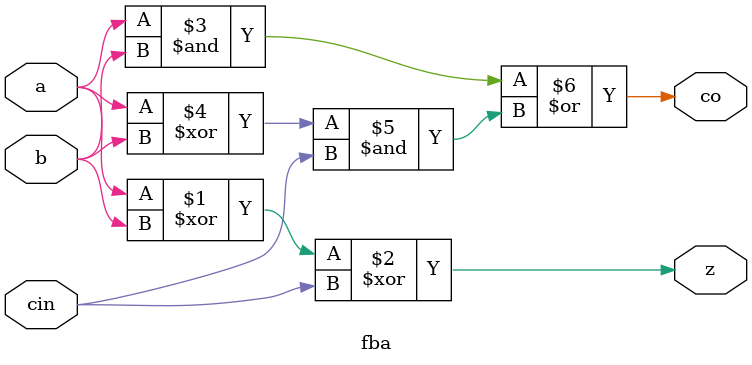
<source format=v>
module fba(a,b,cin,co,z);
input a;
input b;
input cin;
output z;
output co;
assign z= (a^b)^cin;
assign co= ( a & b) | (( a ^ b) & cin);

endmodule
</source>
